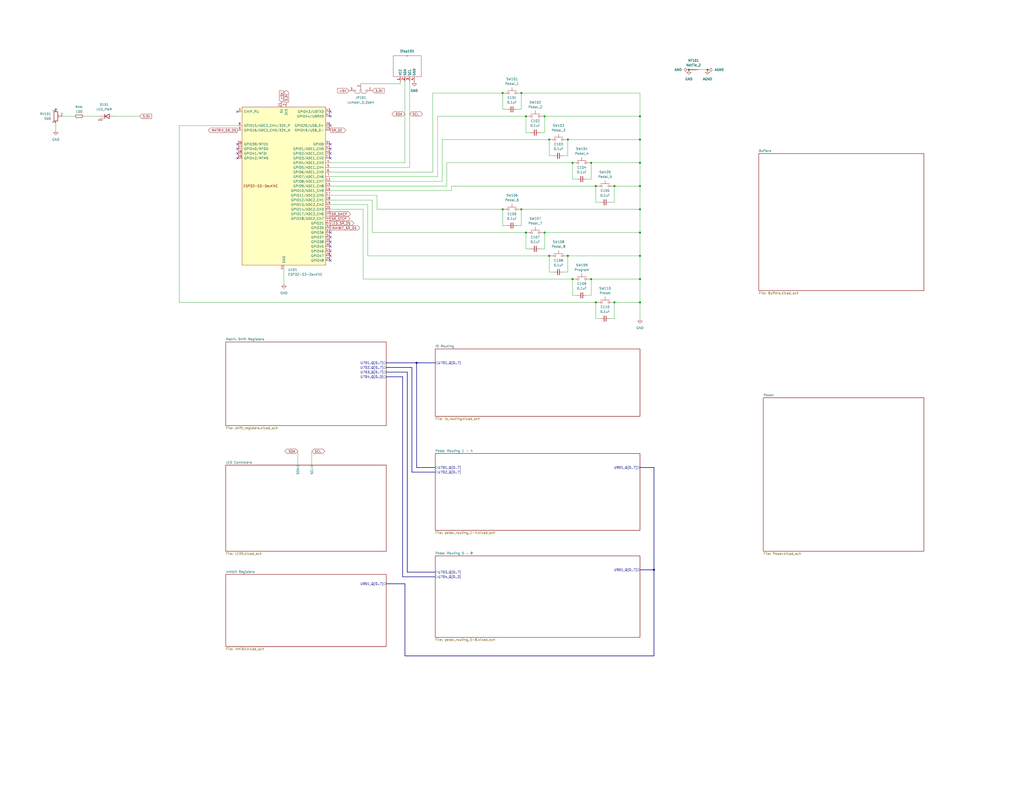
<source format=kicad_sch>
(kicad_sch (version 20250114) (generator "eeschema") (generator_version "9.0")
  (paper "C")
  (title_block (title "ESP332 Guitar Patch Bay") (date "2025-05-27") (rev "1"))
  (lib_symbols
    (symbol "Bay:OLED"
      (property "Reference" "Dis" (at 0 7.112 0))
      (symbol "OLED_0_1"
        (rectangle (start -7.62 5.08) (end 7.62 -6.35))
      )
      (symbol "OLED_1_1"
        (pin power_in line (at -3.81 -8.89 90) (length 2.54) (name "VCC") (number "1"))
        (pin bidirectional line (at -1.27 -8.89 90) (length 2.54) (name "SDA") (number "2"))
        (pin bidirectional line (at 1.27 -8.89 90) (length 2.54) (name "SCL") (number "3"))
        (pin power_in line (at 3.81 -8.89 90) (length 2.54) (name "GND") (number "4"))
      )
    )
    (symbol "Device:C_Small" (pin_numbers (hide yes)) (pin_names (offset 0.254) (hide yes))
      (property "Reference" "C" (at 0.254 1.778 0))
      (property "Value" "C_Small" (at 0.254 -2.032 0))
      (symbol "C_Small_0_1"
        (polyline (pts (xy -1.524 0.508) (xy 1.524 0.508)) (stroke (width 0.3048)))
        (polyline (pts (xy -1.524 -0.508) (xy 1.524 -0.508)) (stroke (width 0.3302)))
      )
      (symbol "C_Small_1_1"
        (pin passive line (at 0 2.54 270) (length 2.032) (name "~") (number "1"))
        (pin passive line (at 0 -2.54 90) (length 2.032) (name "~") (number "2"))
      )
    )
    (symbol "Device:LED" (pin_numbers (hide yes)) (pin_names (offset 1.016) (hide yes))
      (property "Reference" "D" (at 0 2.54 0))
      (property "Value" "LED" (at 0 -2.54 0))
      (symbol "LED_0_1"
        (polyline (pts (xy -3.048 -0.762) (xy -4.572 -2.286) (xy -3.81 -2.286) (xy -4.572 -2.286) (xy -4.572 -1.524)))
        (polyline (pts (xy -1.778 -0.762) (xy -3.302 -2.286) (xy -2.54 -2.286) (xy -3.302 -2.286) (xy -3.302 -1.524)))
        (polyline (pts (xy -1.27 0) (xy 1.27 0)))
        (polyline (pts (xy -1.27 -1.27) (xy -1.27 1.27)) (stroke (width 0.254)))
        (polyline (pts (xy 1.27 -1.27) (xy 1.27 1.27) (xy -1.27 0) (xy 1.27 -1.27)) (stroke (width 0.254)))
      )
      (symbol "LED_1_1"
        (pin passive line (at -3.81 0 0) (length 2.54) (name "K") (number "1"))
        (pin passive line (at 3.81 0 180) (length 2.54) (name "A") (number "2"))
      )
    )
    (symbol "Device:NetTie_2" (pin_numbers (hide yes)) (pin_names (offset 0) (hide yes)) (in_bom no)
      (property "Reference" "NT" (at 0 1.27 0))
      (property "Value" "NetTie_2" (at 0 -1.27 0))
      (symbol "NetTie_2_0_1"
        (polyline (pts (xy -1.27 0) (xy 1.27 0)) (stroke (width 0.254)))
      )
      (symbol "NetTie_2_1_1"
        (pin passive line (at -2.54 0 0) (length 2.54) (name "1") (number "1"))
        (pin passive line (at 2.54 0 180) (length 2.54) (name "2") (number "2"))
      )
    )
    (symbol "Device:R_Potentiometer_Trim" (pin_names (offset 1.016) (hide yes))
      (property "Reference" "RV" (at -4.445 0 90))
      (property "Value" "R_Potentiometer_Trim" (at -2.54 0 90))
      (symbol "R_Potentiometer_Trim_0_1"
        (rectangle (start 1.016 2.54) (end -1.016 -2.54) (stroke (width 0.254)))
        (polyline (pts (xy 1.524 0.762) (xy 1.524 -0.762)))
        (polyline (pts (xy 2.54 0) (xy 1.524 0)))
      )
      (symbol "R_Potentiometer_Trim_1_1"
        (pin passive line (at 0 3.81 270) (length 1.27) (name "1") (number "1"))
        (pin passive line (at 0 -3.81 90) (length 1.27) (name "3") (number "3"))
        (pin passive line (at 3.81 0 180) (length 1.27) (name "2") (number "2"))
      )
    )
    (symbol "Device:R_Small" (pin_numbers (hide yes)) (pin_names (offset 0.254) (hide yes))
      (property "Reference" "R" (at 0 0 90))
      (property "Value" "R_Small" (at 1.778 0 90))
      (symbol "R_Small_0_1"
        (rectangle (start -0.762 1.778) (end 0.762 -1.778) (stroke (width 0.2032)))
      )
      (symbol "R_Small_1_1"
        (pin passive line (at 0 2.54 270) (length 0.762) (name "~") (number "1"))
        (pin passive line (at 0 -2.54 90) (length 0.762) (name "~") (number "2"))
      )
    )
    (symbol "Espressif:ESP32-S3-DevKitC" (pin_names (offset 1.016))
      (property "Reference" "U" (at -22.86 48.26 0))
      (property "Value" "ESP32-S3-DevKitC" (at -22.86 45.72 0))
      (symbol "ESP32-S3-DevKitC_0_0"
        (text "ESP32-S3-DevKitC" (at -12.7 0 0) (effects (font (size 1.27 1.27))))
        (pin bidirectional line (at -25.4 15.24 0) (length 2.54) (name "GPIO42/MTMS") (number "39"))
        (pin power_in line (at 0 -45.72 90) (length 2.54) (name "GND") (number "44"))
        (pin bidirectional line (at 25.4 40.64 180) (length 2.54) (name "GPIO43/U0TXD") (number "43"))
        (pin bidirectional line (at 25.4 38.1 180) (length 2.54) (name "GPIO44/U0RXD") (number "42"))
        (pin bidirectional line (at 25.4 20.32 180) (length 2.54) (name "GPIO1/ADC1_CH0") (number "41"))
        (pin bidirectional line (at 25.4 17.78 180) (length 2.54) (name "GPIO2/ADC1_CH1") (number "40"))
        (pin bidirectional line (at 25.4 -10.16 180) (length 2.54) (name "GPIO13/ADC2_CH2") (number "19"))
        (pin bidirectional line (at 25.4 -35.56 180) (length 2.54) (name "GPIO46") (number "14"))
      )
      (symbol "ESP32-S3-DevKitC_0_1"
        (rectangle (start -22.86 43.18) (end 22.86 -43.18) (fill (type background)))
        (pin power_in line (at 1.27 45.72 270) (length 2.54) (name "3V3") (number "2"))
      )
      (symbol "ESP32-S3-DevKitC_1_1"
        (pin input line (at -25.4 40.64 0) (length 2.54) (name "CHIP_PU") (number "3"))
        (pin bidirectional line (at -25.4 33.02 0) (length 2.54) (name "GPIO15/ADC2_CH4/32K_P") (number "8"))
        (pin bidirectional line (at -25.4 30.48 0) (length 2.54) (name "GPIO16/ADC2_CH5/32K_N") (number "9"))
        (pin bidirectional line (at -25.4 22.86 0) (length 2.54) (name "GPIO39/MTCK") (number "36"))
        (pin bidirectional line (at -25.4 20.32 0) (length 2.54) (name "GPIO40/MTDO") (number "37"))
        (pin bidirectional line (at -25.4 17.78 0) (length 2.54) (name "GPIO41/MTDI") (number "38"))
        (pin power_in line (at -1.27 45.72 270) (length 2.54) (name "5V") (number "21"))
        (pin passive line (at 0 -45.72 90) (length 2.54) (hide yes) (name "GND") (number "22"))
        (pin passive line (at 0 -45.72 90) (length 2.54) (hide yes) (name "GND") (number "23"))
        (pin passive line (at 0 -45.72 90) (length 2.54) (hide yes) (name "GND") (number "24"))
        (pin passive line (at 1.27 45.72 270) (length 2.54) (hide yes) (name "3V3") (number "1"))
        (pin bidirectional line (at 25.4 33.02 180) (length 2.54) (name "GPIO20/USB_D+") (number "26"))
        (pin bidirectional line (at 25.4 30.48 180) (length 2.54) (name "GPIO19/USB_D-") (number "25"))
        (pin bidirectional line (at 25.4 22.86 180) (length 2.54) (name "GPIO0") (number "31"))
        (pin bidirectional line (at 25.4 15.24 180) (length 2.54) (name "GPIO3/ADC1_CH2") (number "13"))
        (pin bidirectional line (at 25.4 12.7 180) (length 2.54) (name "GPIO4/ADC1_CH3") (number "4"))
        (pin bidirectional line (at 25.4 10.16 180) (length 2.54) (name "GPIO5/ADC1_CH4") (number "5"))
        (pin bidirectional line (at 25.4 7.62 180) (length 2.54) (name "GPIO6/ADC1_CH5") (number "6"))
        (pin bidirectional line (at 25.4 5.08 180) (length 2.54) (name "GPIO7/ADC1_CH6") (number "7"))
        (pin bidirectional line (at 25.4 2.54 180) (length 2.54) (name "GPIO8/ADC1_CH7") (number "12"))
        (pin bidirectional line (at 25.4 0 180) (length 2.54) (name "GPIO9/ADC1_CH8") (number "15"))
        (pin bidirectional line (at 25.4 -2.54 180) (length 2.54) (name "GPIO10/ADC1_CH9") (number "16"))
        (pin bidirectional line (at 25.4 -5.08 180) (length 2.54) (name "GPIO11/ADC2_CH0") (number "17"))
        (pin bidirectional line (at 25.4 -7.62 180) (length 2.54) (name "GPIO12/ADC2_CH1") (number "18"))
        (pin bidirectional line (at 25.4 -12.7 180) (length 2.54) (name "GPIO14/ADC2_CH3") (number "20"))
        (pin bidirectional line (at 25.4 -15.24 180) (length 2.54) (name "GPIO17/ADC2_CH6") (number "10"))
        (pin bidirectional line (at 25.4 -17.78 180) (length 2.54) (name "GPIO18/ADC2_CH7") (number "11"))
        (pin bidirectional line (at 25.4 -20.32 180) (length 2.54) (name "GPIO21") (number "27"))
        (pin bidirectional line (at 25.4 -22.86 180) (length 2.54) (name "GPIO35") (number "32"))
        (pin bidirectional line (at 25.4 -25.4 180) (length 2.54) (name "GPIO36") (number "33"))
        (pin bidirectional line (at 25.4 -27.94 180) (length 2.54) (name "GPIO37") (number "34"))
        (pin bidirectional line (at 25.4 -30.48 180) (length 2.54) (name "GPIO38") (number "35"))
        (pin bidirectional line (at 25.4 -33.02 180) (length 2.54) (name "GPIO45") (number "30"))
        (pin bidirectional line (at 25.4 -38.1 180) (length 2.54) (name "GPIO47") (number "28"))
        (pin bidirectional line (at 25.4 -40.64 180) (length 2.54) (name "GPIO48") (number "29"))
      )
    )
    (symbol "Jumper:Jumper_3_Open" (pin_names (offset 0) (hide yes)) (in_bom no)
      (property "Reference" "JP" (at -2.54 -2.54 0))
      (property "Value" "Jumper_3_Open" (at 0 2.794 0))
      (symbol "Jumper_3_Open_0_0"
        (circle (center -3.302 0) (radius 0.508))
        (circle (center 0 0) (radius 0.508))
        (circle (center 3.302 0) (radius 0.508))
      )
      (symbol "Jumper_3_Open_0_1"
        (arc (start -3.048 1.016) (mid -1.651 1.4992) (end -0.254 1.016))
        (polyline (pts (xy 0 -0.508) (xy 0 -1.27)))
        (arc (start 0.254 1.016) (mid 1.651 1.4992) (end 3.048 1.016))
      )
      (symbol "Jumper_3_Open_1_1"
        (pin passive line (at -6.35 0 0) (length 2.54) (name "A") (number "1"))
        (pin passive line (at 0 -3.81 90) (length 2.54) (name "C") (number "2"))
        (pin passive line (at 6.35 0 180) (length 2.54) (name "B") (number "3"))
      )
    )
    (symbol "Switch:SW_Push" (pin_numbers (hide yes)) (pin_names (offset 1.016) (hide yes))
      (property "Reference" "SW" (at 1.27 2.54 0))
      (property "Value" "SW_Push" (at 0 -1.524 0))
      (symbol "SW_Push_0_1"
        (circle (center -2.032 0) (radius 0.508))
        (polyline (pts (xy 0 1.27) (xy 0 3.048)))
        (circle (center 2.032 0) (radius 0.508))
        (polyline (pts (xy 2.54 1.27) (xy -2.54 1.27)))
        (pin passive line (at -5.08 0 0) (length 2.54) (name "1") (number "1"))
        (pin passive line (at 5.08 0 180) (length 2.54) (name "2") (number "2"))
      )
    )
    (symbol "power:GND" (power) (pin_numbers (hide yes)) (pin_names (offset 0) (hide yes))
      (property "Value" "GND" (at 0 -3.81 0))
      (symbol "GND_0_1"
        (polyline (pts (xy 0 0) (xy 0 -1.27) (xy 1.27 -1.27) (xy 0 -2.54) (xy -1.27 -1.27) (xy 0 -1.27)))
      )
      (symbol "GND_1_1"
        (pin power_in line (at 0 0 270) (length 0) (name "~") (number "1"))
      )
    )
    (symbol "power:PWR_FLAG" (power) (pin_numbers (hide yes)) (pin_names (offset 0) (hide yes))
      (property "Value" "PWR_FLAG" (at 0 3.81 0))
      (symbol "PWR_FLAG_0_0"
        (pin power_out line (at 0 0 90) (length 0) (name "~") (number "1"))
      )
      (symbol "PWR_FLAG_0_1"
        (polyline (pts (xy 0 0) (xy 0 1.27) (xy -1.016 1.905) (xy 0 2.54) (xy 1.016 1.905) (xy 0 1.27)))
      )
    )
  )
  (junction (at 349.25 114.3))
  (junction (at 287.02 127))
  (junction (at 349.25 101.6))
  (junction (at 325.12 101.6))
  (junction (at 299.72 139.7))
  (junction (at 274.32 50.8))
  (junction (at 349.25 127))
  (junction (at 349.25 63.5))
  (junction (at 297.18 127))
  (junction (at 287.02 63.5))
  (junction (at 356.87 311.15))
  (junction (at 349.25 165.1))
  (junction (at 335.28 165.1))
  (junction (at 335.28 101.6))
  (junction (at 309.88 76.2))
  (junction (at 309.88 139.7))
  (junction (at 349.25 152.4))
  (junction (at 274.32 114.3))
  (junction (at 297.18 63.5))
  (junction (at 227.33 198.12))
  (junction (at 349.25 88.9))
  (junction (at 299.72 76.2))
  (junction (at 349.25 76.2))
  (junction (at 375.92 38.1))
  (junction (at 386.08 38.1))
  (junction (at 284.48 50.8))
  (junction (at 312.42 88.9))
  (junction (at 312.42 152.4))
  (junction (at 349.25 139.7))
  (junction (at 325.12 165.1))
  (junction (at 322.58 88.9))
  (junction (at 322.58 152.4))
  (junction (at 284.48 114.3))
  (no_connect (at 180.34 134.62))
  (no_connect (at 129.54 86.36))
  (no_connect (at 180.34 68.58))
  (no_connect (at 129.54 81.28))
  (no_connect (at 180.34 142.24))
  (no_connect (at 180.34 63.5))
  (no_connect (at 180.34 86.36))
  (no_connect (at 180.34 60.96))
  (no_connect (at 180.34 81.28))
  (no_connect (at 180.34 137.16))
  (no_connect (at 180.34 127))
  (no_connect (at 180.34 132.08))
  (no_connect (at 129.54 83.82))
  (no_connect (at 180.34 78.74))
  (no_connect (at 180.34 139.7))
  (no_connect (at 129.54 60.96))
  (no_connect (at 180.34 129.54))
  (no_connect (at 129.54 78.74))
  (no_connect (at 30.48 59.69))
  (no_connect (at 180.34 83.82))
  (wire (pts (xy 241.3 99.06) (xy 180.34 99.06)))
  (wire (pts (xy 349.25 50.8) (xy 349.25 63.5)))
  (wire (pts (xy 320.04 97.79) (xy 322.58 97.79)))
  (wire (pts (xy 349.25 88.9) (xy 349.25 101.6)))
  (wire (pts (xy 284.48 123.19) (xy 284.48 114.3)))
  (wire (pts (xy 312.42 161.29) (xy 312.42 152.4)))
  (wire (pts (xy 349.25 114.3) (xy 349.25 127)))
  (wire (pts (xy 386.08 38.1) (xy 381 38.1)))
  (wire (pts (xy 325.12 173.99) (xy 325.12 165.1)))
  (wire (pts (xy 287.02 135.89) (xy 287.02 127)))
  (wire (pts (xy 320.04 161.29) (xy 322.58 161.29)))
  (bus (pts (xy 356.87 358.14) (xy 220.98 358.14)))
  (wire (pts (xy 97.79 165.1) (xy 325.12 165.1)))
  (wire (pts (xy 276.86 123.19) (xy 274.32 123.19)))
  (bus (pts (xy 220.98 318.77) (xy 210.82 318.77)))
  (wire (pts (xy 307.34 148.59) (xy 309.88 148.59)))
  (wire (pts (xy 170.18 246.38) (xy 170.18 254)))
  (wire (pts (xy 299.72 85.09) (xy 299.72 76.2)))
  (wire (pts (xy 30.48 67.31) (xy 30.48 71.12)))
  (wire (pts (xy 241.3 76.2) (xy 241.3 99.06)))
  (wire (pts (xy 349.25 76.2) (xy 349.25 88.9)))
  (wire (pts (xy 205.74 114.3) (xy 274.32 114.3)))
  (wire (pts (xy 162.56 246.38) (xy 162.56 254)))
  (wire (pts (xy 243.84 101.6) (xy 180.34 101.6)))
  (wire (pts (xy 238.76 63.5) (xy 238.76 96.52)))
  (wire (pts (xy 62.23 63.5) (xy 76.2 63.5)))
  (wire (pts (xy 297.18 135.89) (xy 297.18 127)))
  (wire (pts (xy 243.84 88.9) (xy 312.42 88.9)))
  (wire (pts (xy 294.64 72.39) (xy 297.18 72.39)))
  (wire (pts (xy 223.52 44.45) (xy 223.52 91.44)))
  (wire (pts (xy 332.74 110.49) (xy 335.28 110.49)))
  (wire (pts (xy 238.76 63.5) (xy 287.02 63.5)))
  (wire (pts (xy 325.12 101.6) (xy 246.38 101.6)))
  (wire (pts (xy 322.58 88.9) (xy 349.25 88.9)))
  (wire (pts (xy 309.88 139.7) (xy 349.25 139.7)))
  (wire (pts (xy 180.34 106.68) (xy 205.74 106.68)))
  (wire (pts (xy 327.66 110.49) (xy 325.12 110.49)))
  (bus (pts (xy 227.33 255.27) (xy 227.33 198.12)))
  (wire (pts (xy 322.58 161.29) (xy 322.58 152.4)))
  (wire (pts (xy 198.12 114.3) (xy 198.12 152.4)))
  (wire (pts (xy 309.88 85.09) (xy 309.88 76.2)))
  (wire (pts (xy 284.48 50.8) (xy 349.25 50.8)))
  (wire (pts (xy 205.74 106.68) (xy 205.74 114.3)))
  (wire (pts (xy 327.66 173.99) (xy 325.12 173.99)))
  (wire (pts (xy 281.94 123.19) (xy 284.48 123.19)))
  (wire (pts (xy 312.42 97.79) (xy 312.42 88.9)))
  (wire (pts (xy 236.22 50.8) (xy 236.22 93.98)))
  (wire (pts (xy 203.2 127) (xy 287.02 127)))
  (wire (pts (xy 314.96 161.29) (xy 312.42 161.29)))
  (wire (pts (xy 200.66 111.76) (xy 200.66 139.7)))
  (wire (pts (xy 238.76 96.52) (xy 180.34 96.52)))
  (wire (pts (xy 276.86 59.69) (xy 274.32 59.69)))
  (wire (pts (xy 281.94 59.69) (xy 284.48 59.69)))
  (bus (pts (xy 224.79 257.81) (xy 237.49 257.81)))
  (wire (pts (xy 243.84 88.9) (xy 243.84 101.6)))
  (wire (pts (xy 180.34 109.22) (xy 203.2 109.22)))
  (wire (pts (xy 349.25 173.99) (xy 349.25 165.1)))
  (wire (pts (xy 297.18 72.39) (xy 297.18 63.5)))
  (wire (pts (xy 246.38 101.6) (xy 246.38 104.14)))
  (wire (pts (xy 289.56 72.39) (xy 287.02 72.39)))
  (wire (pts (xy 302.26 148.59) (xy 299.72 148.59)))
  (wire (pts (xy 322.58 97.79) (xy 322.58 88.9)))
  (wire (pts (xy 34.29 63.5) (xy 40.64 63.5)))
  (wire (pts (xy 309.88 148.59) (xy 309.88 139.7)))
  (wire (pts (xy 97.79 68.58) (xy 97.79 165.1)))
  (wire (pts (xy 180.34 91.44) (xy 223.52 91.44)))
  (wire (pts (xy 302.26 85.09) (xy 299.72 85.09)))
  (wire (pts (xy 289.56 135.89) (xy 287.02 135.89)))
  (wire (pts (xy 332.74 173.99) (xy 335.28 173.99)))
  (wire (pts (xy 297.18 127) (xy 349.25 127)))
  (wire (pts (xy 180.34 88.9) (xy 220.98 88.9)))
  (wire (pts (xy 129.54 68.58) (xy 97.79 68.58)))
  (bus (pts (xy 220.98 358.14) (xy 220.98 318.77)))
  (wire (pts (xy 297.18 63.5) (xy 349.25 63.5)))
  (wire (pts (xy 325.12 110.49) (xy 325.12 101.6)))
  (wire (pts (xy 284.48 59.69) (xy 284.48 50.8)))
  (bus (pts (xy 210.82 205.74) (xy 219.71 205.74)))
  (wire (pts (xy 335.28 101.6) (xy 349.25 101.6)))
  (wire (pts (xy 180.34 114.3) (xy 198.12 114.3)))
  (bus (pts (xy 210.82 198.12) (xy 227.33 198.12)))
  (bus (pts (xy 237.49 255.27) (xy 227.33 255.27)))
  (wire (pts (xy 236.22 50.8) (xy 274.32 50.8)))
  (wire (pts (xy 236.22 93.98) (xy 180.34 93.98)))
  (bus (pts (xy 222.25 203.2) (xy 222.25 312.42)))
  (wire (pts (xy 196.85 45.72) (xy 218.44 45.72)))
  (wire (pts (xy 203.2 109.22) (xy 203.2 127)))
  (wire (pts (xy 314.96 97.79) (xy 312.42 97.79)))
  (bus (pts (xy 219.71 314.96) (xy 237.49 314.96)))
  (bus (pts (xy 349.25 311.15) (xy 356.87 311.15)))
  (wire (pts (xy 274.32 59.69) (xy 274.32 50.8)))
  (wire (pts (xy 294.64 135.89) (xy 297.18 135.89)))
  (wire (pts (xy 299.72 148.59) (xy 299.72 139.7)))
  (bus (pts (xy 219.71 205.74) (xy 219.71 314.96)))
  (wire (pts (xy 349.25 127) (xy 349.25 139.7)))
  (bus (pts (xy 356.87 255.27) (xy 356.87 311.15)))
  (wire (pts (xy 349.25 139.7) (xy 349.25 152.4)))
  (wire (pts (xy 349.25 101.6) (xy 349.25 114.3)))
  (bus (pts (xy 227.33 198.12) (xy 237.49 198.12)))
  (wire (pts (xy 154.94 154.94) (xy 154.94 147.32)))
  (wire (pts (xy 198.12 152.4) (xy 312.42 152.4)))
  (bus (pts (xy 356.87 311.15) (xy 356.87 358.14)))
  (wire (pts (xy 349.25 152.4) (xy 349.25 165.1)))
  (wire (pts (xy 180.34 111.76) (xy 200.66 111.76)))
  (wire (pts (xy 220.98 44.45) (xy 220.98 88.9)))
  (wire (pts (xy 284.48 114.3) (xy 349.25 114.3)))
  (wire (pts (xy 287.02 72.39) (xy 287.02 63.5)))
  (wire (pts (xy 322.58 152.4) (xy 349.25 152.4)))
  (bus (pts (xy 222.25 203.2) (xy 210.82 203.2)))
  (bus (pts (xy 224.79 200.66) (xy 224.79 257.81)))
  (wire (pts (xy 349.25 63.5) (xy 349.25 76.2)))
  (bus (pts (xy 356.87 255.27) (xy 349.25 255.27)))
  (wire (pts (xy 349.25 165.1) (xy 335.28 165.1)))
  (wire (pts (xy 45.72 63.5) (xy 54.61 63.5)))
  (wire (pts (xy 218.44 45.72) (xy 218.44 44.45)))
  (bus (pts (xy 222.25 312.42) (xy 237.49 312.42)))
  (wire (pts (xy 335.28 173.99) (xy 335.28 165.1)))
  (wire (pts (xy 274.32 123.19) (xy 274.32 114.3)))
  (bus (pts (xy 224.79 200.66) (xy 210.82 200.66)))
  (wire (pts (xy 241.3 76.2) (xy 299.72 76.2)))
  (wire (pts (xy 200.66 139.7) (xy 299.72 139.7)))
  (wire (pts (xy 309.88 76.2) (xy 349.25 76.2)))
  (wire (pts (xy 307.34 85.09) (xy 309.88 85.09)))
  (wire (pts (xy 335.28 110.49) (xy 335.28 101.6)))
  (wire (pts (xy 246.38 104.14) (xy 180.34 104.14)))
  (global_label "SCL" (shape bidirectional) (at 223.52 62.23 0) (property "Intersheetrefs" "${INTERSHEET_REFS}" (effects (hide yes))))
  (global_label "LED_SR_DS" (shape output) (at 180.34 121.92 0) (property "Intersheetrefs" "${INTERSHEET_REFS}" (effects (hide yes))))
  (global_label "3.3V" (shape input) (at 203.2 49.53 0) (property "Intersheetrefs" "${INTERSHEET_REFS}" (effects (hide yes))))
  (global_label "SCL" (shape bidirectional) (at 170.18 246.38 0) (property "Intersheetrefs" "${INTERSHEET_REFS}" (effects (hide yes))))
  (global_label "MATRIX_SR_DS" (shape output) (at 129.54 71.12 180) (property "Intersheetrefs" "${INTERSHEET_REFS}" (effects (hide yes))))
  (global_label "+5V" (shape input) (at 153.67 55.88 90) (property "Intersheetrefs" "${INTERSHEET_REFS}" (effects (hide yes))))
  (global_label "3.3V" (shape input) (at 76.2 63.5 0) (property "Intersheetrefs" "${INTERSHEET_REFS}" (effects (hide yes))))
  (global_label "SR_STCP" (shape output) (at 180.34 119.38 0) (property "Intersheetrefs" "${INTERSHEET_REFS}" (effects (hide yes))))
  (global_label "INHIBIT_SR_DS" (shape output) (at 180.34 124.46 0) (property "Intersheetrefs" "${INTERSHEET_REFS}" (effects (hide yes))))
  (global_label "3.3V" (shape output) (at 156.21 55.88 90) (property "Intersheetrefs" "${INTERSHEET_REFS}" (effects (hide yes))))
  (global_label "SR_OE" (shape output) (at 180.34 71.12 0) (property "Intersheetrefs" "${INTERSHEET_REFS}" (effects (hide yes))))
  (global_label "SDA" (shape bidirectional) (at 220.98 62.23 180) (property "Intersheetrefs" "${INTERSHEET_REFS}" (effects (hide yes))))
  (global_label "SDA" (shape bidirectional) (at 162.56 246.38 180) (property "Intersheetrefs" "${INTERSHEET_REFS}" (effects (hide yes))))
  (global_label "+5V" (shape input) (at 190.5 49.53 180) (property "Intersheetrefs" "${INTERSHEET_REFS}" (effects (hide yes))))
  (global_label "SR_SHCP" (shape output) (at 180.34 116.84 0) (property "Intersheetrefs" "${INTERSHEET_REFS}" (effects (hide yes))))
  (symbol (lib_id "Switch:SW_Push") (at 304.8 76.2 0) (unit 1)
    (property "Reference" "SW103" (at 304.8 68.58 0))
    (property "Value" "Pedal_3" (at 304.8 71.12 0))
    (property "Footprint" "Connector_PinHeader_2.54mm:PinHeader_1x02_P2.54mm_Vertical" (effects (hide yes)))
    (property "Description" "Pedal_3" (effects (hide yes)))
  )
  (symbol (lib_id "Device:R_Small") (at 43.18 63.5 270) (unit 1)
    (property "Reference" "R101" (at 43.18 58.42 90) (effects (font (size 1.016 1.016))))
    (property "Value" "100" (at 43.18 60.96 90))
    (property "Footprint" "Resistor_THT:R_Axial_DIN0207_L6.3mm_D2.5mm_P7.62mm_Horizontal" (effects (hide yes)))
    (property "Description" "Resistor, small symbol" (effects (hide yes)))
  )
  (symbol (lib_id "Device:C_Small") (at 330.2 110.49 270) (unit 1)
    (property "Reference" "C105" (at 330.1936 104.14 90))
    (property "Value" "0.1uF" (at 330.1936 106.68 90))
    (property "Footprint" "Capacitor_THT:C_Disc_D5.0mm_W2.5mm_P2.50mm" (effects (hide yes)))
    (property "Description" "Unpolarized capacitor, small symbol" (effects (hide yes)))
  )
  (symbol (lib_id "Device:C_Small") (at 292.1 135.89 270) (unit 1)
    (property "Reference" "C107" (at 292.0936 129.54 90))
    (property "Value" "0.1uF" (at 292.0936 132.08 90))
    (property "Footprint" "Capacitor_THT:C_Disc_D5.0mm_W2.5mm_P2.50mm" (effects (hide yes)))
    (property "Description" "Unpolarized capacitor, small symbol" (effects (hide yes)))
  )
  (symbol (lib_id "Bay:OLED") (at 222.25 35.56 0) (unit 1)
    (property "Reference" "Disp101" (at 222.25 27.94 0))
    (property "Value" "~" (at 222.25 30.48 0))
    (property "Footprint" "Connector_PinHeader_2.54mm:PinHeader_1x04_P2.54mm_Vertical" (effects (hide yes)))
  )
  (symbol (lib_id "power:GND") (at 226.06 44.45 0) (unit 1)
    (property "Reference" "#PWR0103" (effects (hide yes)))
    (property "Value" "GND" (at 226.06 49.53 0))
    (property "Description" "Power symbol creates a global label with name \"GND\" , ground" (effects (hide yes)))
  )
  (symbol (lib_id "Switch:SW_Push") (at 279.4 114.3 0) (unit 1)
    (property "Reference" "SW106" (at 279.4 106.68 0))
    (property "Value" "Pedal_6" (at 279.4 109.22 0))
    (property "Footprint" "Connector_PinHeader_2.54mm:PinHeader_1x02_P2.54mm_Vertical" (effects (hide yes)))
    (property "Description" "Pedal_6" (effects (hide yes)))
  )
  (symbol (lib_id "Switch:SW_Push") (at 330.2 101.6 0) (unit 1)
    (property "Reference" "SW105" (at 330.2 93.98 0))
    (property "Value" "Pedal_5" (at 330.2 96.52 0))
    (property "Footprint" "Connector_PinHeader_2.54mm:PinHeader_1x02_P2.54mm_Vertical" (effects (hide yes)))
    (property "Description" "Pedal_5" (effects (hide yes)))
  )
  (symbol (lib_id "Device:C_Small") (at 279.4 123.19 270) (unit 1)
    (property "Reference" "C106" (at 279.3936 116.84 90))
    (property "Value" "0.1uF" (at 279.3936 119.38 90))
    (property "Footprint" "Capacitor_THT:C_Disc_D5.0mm_W2.5mm_P2.50mm" (effects (hide yes)))
    (property "Description" "Unpolarized capacitor, small symbol" (effects (hide yes)))
  )
  (symbol (lib_id "Switch:SW_Push") (at 317.5 152.4 0) (unit 1)
    (property "Reference" "SW109" (at 317.5 144.78 0))
    (property "Value" "Program" (at 317.5 147.32 0))
    (property "Footprint" "Connector_PinHeader_2.54mm:PinHeader_1x02_P2.54mm_Vertical" (effects (hide yes)))
    (property "Description" "Program" (effects (hide yes)))
  )
  (symbol (lib_id "Device:C_Small") (at 304.8 85.09 270) (unit 1)
    (property "Reference" "C103" (at 304.7936 78.74 90))
    (property "Value" "0.1uF" (at 304.7936 81.28 90))
    (property "Footprint" "Capacitor_THT:C_Disc_D5.0mm_W2.5mm_P2.50mm" (effects (hide yes)))
    (property "Description" "Unpolarized capacitor, small symbol" (effects (hide yes)))
  )
  (symbol (lib_id "power:GND") (at 349.25 173.99 0) (unit 1)
    (property "Reference" "#PWR0106" (effects (hide yes)))
    (property "Value" "GND" (at 349.25 179.07 0))
    (property "Description" "Power symbol creates a global label with name \"GND\" , ground" (effects (hide yes)))
  )
  (symbol (lib_id "Jumper:Jumper_3_Open") (at 196.85 49.53 180) (unit 1) (in_bom no)
    (property "Reference" "JP101" (at 196.85 53.34 0))
    (property "Value" "Jumper_3_Open" (at 196.85 55.88 0))
    (property "Footprint" "Connector_PinSocket_2.54mm:PinSocket_1x03_P2.54mm_Vertical" (effects (hide yes)))
    (property "Description" "Jumper, 3-pole, both open" (effects (hide yes)))
  )
  (symbol (lib_id "Switch:SW_Push") (at 292.1 63.5 0) (unit 1)
    (property "Reference" "SW102" (at 292.1 55.88 0))
    (property "Value" "Pedal_2" (at 292.1 58.42 0))
    (property "Footprint" "Connector_PinHeader_2.54mm:PinHeader_1x02_P2.54mm_Vertical" (effects (hide yes)))
    (property "Description" "Pedal_2" (effects (hide yes)))
  )
  (symbol (lib_id "Switch:SW_Push") (at 304.8 139.7 0) (unit 1)
    (property "Reference" "SW108" (at 304.8 132.08 0))
    (property "Value" "Pedal_8" (at 304.8 134.62 0))
    (property "Footprint" "Connector_PinHeader_2.54mm:PinHeader_1x02_P2.54mm_Vertical" (effects (hide yes)))
    (property "Description" "Pedal_8" (effects (hide yes)))
  )
  (symbol (lib_id "power:GND") (at 375.92 38.1 0) (unit 1)
    (property "Reference" "#PWR0101" (effects (hide yes)))
    (property "Value" "GND" (at 375.92 43.18 0))
    (property "Description" "Power symbol creates a global label with name \"GND\" , ground" (effects (hide yes)))
  )
  (symbol (lib_id "Switch:SW_Push") (at 330.2 165.1 0) (unit 1)
    (property "Reference" "SW110" (at 330.2 157.48 0))
    (property "Value" "Preset" (at 330.2 160.02 0))
    (property "Footprint" "Connector_PinHeader_2.54mm:PinHeader_1x02_P2.54mm_Vertical" (effects (hide yes)))
    (property "Description" "Preset" (effects (hide yes)))
  )
  (symbol (lib_id "Device:C_Small") (at 317.5 161.29 270) (unit 1)
    (property "Reference" "C109" (at 317.4936 154.94 90))
    (property "Value" "0.1uF" (at 317.4936 157.48 90))
    (property "Footprint" "Capacitor_THT:C_Disc_D5.0mm_W2.5mm_P2.50mm" (effects (hide yes)))
    (property "Description" "Unpolarized capacitor, small symbol" (effects (hide yes)))
  )
  (symbol (lib_id "Device:NetTie_2") (at 378.46 38.1 0) (unit 1) (in_bom no)
    (property "Reference" "NT101" (at 378.46 33.02 0))
    (property "Value" "NetTie_2" (at 378.46 35.56 0))
    (property "Footprint" "NetTie:NetTie-2_THT_Pad1.0mm" (effects (hide yes)))
    (property "Description" "Net tie, 2 pins" (effects (hide yes)))
  )
  (symbol (lib_id "Device:C_Small") (at 304.8 148.59 270) (unit 1)
    (property "Reference" "C108" (at 304.7936 142.24 90))
    (property "Value" "0.1uF" (at 304.7936 144.78 90))
    (property "Footprint" "Capacitor_THT:C_Disc_D5.0mm_W2.5mm_P2.50mm" (effects (hide yes)))
    (property "Description" "Unpolarized capacitor, small symbol" (effects (hide yes)))
  )
  (symbol (lib_id "Switch:SW_Push") (at 317.5 88.9 0) (unit 1)
    (property "Reference" "SW104" (at 317.5 81.28 0))
    (property "Value" "Pedal_4" (at 317.5 83.82 0))
    (property "Footprint" "Connector_PinHeader_2.54mm:PinHeader_1x02_P2.54mm_Vertical" (effects (hide yes)))
    (property "Description" "Pedal_4" (effects (hide yes)))
  )
  (symbol (lib_id "Device:R_Potentiometer_Trim") (at 30.48 63.5 0) (unit 1)
    (property "Reference" "RV101" (at 27.94 62.2299 0) (effects (justify right)))
    (property "Value" "500" (at 27.94 64.7699 0) (effects (justify right)))
    (property "Footprint" "Potentiometer_THT:Potentiometer_Bourns_3339P_Vertical" (effects (hide yes)))
    (property "Description" "Trim-potentiometer" (effects (hide yes)))
  )
  (symbol (lib_id "Device:C_Small") (at 330.2 173.99 270) (unit 1)
    (property "Reference" "C110" (at 330.1936 167.64 90))
    (property "Value" "0.1uF" (at 330.1936 170.18 90))
    (property "Footprint" "Capacitor_THT:C_Disc_D5.0mm_W2.5mm_P2.50mm" (effects (hide yes)))
    (property "Description" "Unpolarized capacitor, small symbol" (effects (hide yes)))
  )
  (symbol (lib_id "Espressif:ESP32-S3-DevKitC") (at 154.94 101.6 0) (unit 1)
    (property "Reference" "U101" (at 157.0833 147.32 0) (effects (justify left)))
    (property "Value" "ESP32-S3-DevKitC" (at 157.0833 149.86 0) (effects (justify left)))
    (property "Footprint" "ESP:ESP32-S3-DevKitC" (effects (hide yes)))
    (property "Description" "ESP32-S3-DevKitC" (effects (hide yes)))
  )
  (symbol (lib_id "Device:LED") (at 58.42 63.5 0) (unit 1)
    (property "Reference" "D101" (at 56.8325 57.15 0))
    (property "Value" "LED_PWR" (at 56.8325 59.69 0))
    (property "Footprint" "Connector_PinHeader_2.54mm:PinHeader_1x02_P2.54mm_Vertical" (effects (hide yes)))
    (property "Description" "Light emitting diode" (effects (hide yes)))
    (property "Sim.Pins" "1=K 2=A" (effects (hide yes)))
  )
  (symbol (lib_id "Switch:SW_Push") (at 279.4 50.8 0) (unit 1)
    (property "Reference" "SW101" (at 279.4 43.18 0))
    (property "Value" "Pedal_1" (at 279.4 45.72 0))
    (property "Footprint" "Connector_PinHeader_2.54mm:PinHeader_1x02_P2.54mm_Vertical" (effects (hide yes)))
    (property "Description" "Pedal_1" (effects (hide yes)))
  )
  (symbol (lib_id "power:GND") (at 30.48 71.12 0) (unit 1)
    (property "Reference" "#PWR0104" (effects (hide yes)))
    (property "Value" "GND" (at 30.48 76.2 0))
    (property "Description" "Power symbol creates a global label with name \"GND\" , ground" (effects (hide yes)))
  )
  (symbol (lib_id "power:PWR_FLAG") (at 375.92 38.1 90) (unit 1)
    (property "Reference" "#FLG0101" (effects (hide yes)))
    (property "Value" "GND" (at 372.11 38.0999 90) (effects (justify left)))
    (property "Description" "Special symbol for telling ERC where power comes from" (effects (hide yes)))
  )
  (symbol (lib_id "Device:C_Small") (at 317.5 97.79 270) (unit 1)
    (property "Reference" "C104" (at 317.4936 91.44 90))
    (property "Value" "0.1uF" (at 317.4936 93.98 90))
    (property "Footprint" "Capacitor_THT:C_Disc_D5.0mm_W2.5mm_P2.50mm" (effects (hide yes)))
    (property "Description" "Unpolarized capacitor, small symbol" (effects (hide yes)))
  )
  (symbol (lib_id "power:GND") (at 386.08 38.1 0) (unit 1)
    (property "Reference" "#PWR0102" (effects (hide yes)))
    (property "Value" "AGND" (at 386.08 43.18 0))
    (property "Description" "Power symbol creates a global label with name \"GND\" , ground" (effects (hide yes)))
  )
  (symbol (lib_id "Device:C_Small") (at 279.4 59.69 270) (unit 1)
    (property "Reference" "C101" (at 279.3936 53.34 90))
    (property "Value" "0.1uF" (at 279.3936 55.88 90))
    (property "Footprint" "Capacitor_THT:C_Disc_D5.0mm_W2.5mm_P2.50mm" (effects (hide yes)))
    (property "Description" "Unpolarized capacitor, small symbol" (effects (hide yes)))
  )
  (symbol (lib_id "Device:C_Small") (at 292.1 72.39 270) (unit 1)
    (property "Reference" "C102" (at 292.0936 66.04 90))
    (property "Value" "0.1uF" (at 292.0936 68.58 90))
    (property "Footprint" "Capacitor_THT:C_Disc_D5.0mm_W2.5mm_P2.50mm" (effects (hide yes)))
    (property "Description" "Unpolarized capacitor, small symbol" (effects (hide yes)))
  )
  (symbol (lib_id "Switch:SW_Push") (at 292.1 127 0) (unit 1)
    (property "Reference" "SW107" (at 292.1 119.38 0))
    (property "Value" "Pedal_7" (at 292.1 121.92 0))
    (property "Footprint" "Connector_PinHeader_2.54mm:PinHeader_1x02_P2.54mm_Vertical" (effects (hide yes)))
    (property "Description" "Pedal_7" (effects (hide yes)))
  )
  (symbol (lib_id "power:PWR_FLAG") (at 386.08 38.1 270) (unit 1)
    (property "Reference" "#FLG0102" (effects (hide yes)))
    (property "Value" "AGND" (at 389.89 38.0999 90) (effects (justify left)))
    (property "Description" "Special symbol for telling ERC where power comes from" (effects (hide yes)))
  )
  (symbol (lib_id "power:GND") (at 154.94 154.94 0) (unit 1)
    (property "Reference" "#PWR0105" (effects (hide yes)))
    (property "Value" "GND" (at 154.94 160.02 0))
    (property "Description" "Power symbol creates a global label with name \"GND\" , ground" (effects (hide yes)))
  )
  (sheet (at 123.19 254) (size 87.63 46.99) (stroke (width 0.1524))
    (property "Sheetname" "LED Controlers" (at 123.19 253.2884 0) (effects (justify left bottom)))
    (property "Sheetfile" "LEDS.kicad_sch" (at 123.19 301.5746 0) (effects (justify left top)))
    (pin "SCL" bidirectional (at 170.18 254 90))
    (pin "SDA" bidirectional (at 162.56 254 90))
  )
  (sheet (at 123.19 313.69) (size 87.63 39.37) (stroke (width 0.1524))
    (property "Sheetname" "Inhibit Registers" (at 123.19 312.9784 0) (effects (justify left bottom)))
    (property "Sheetfile" "Inhibit.kicad_sch" (at 123.19 353.6446 0) (effects (justify left top)))
    (pin "U901_Q[0..7]" output (at 210.82 318.77 0))
  )
  (sheet (at 123.19 186.69) (size 87.63 45.72) (stroke (width 0.1524))
    (property "Sheetname" "Matrix Shift Registers" (at 123.19 185.9784 0) (effects (justify left bottom)))
    (property "Sheetfile" "shift_registers.kicad_sch" (at 123.19 232.9946 0) (effects (justify left top)))
    (pin "U701_Q[0..7]" output (at 210.82 198.12 0))
    (pin "U702_Q[0..7]" output (at 210.82 200.66 0))
    (pin "U703_Q[0..7]" output (at 210.82 203.2 0))
    (pin "U704_Q[0..3]" output (at 210.82 205.74 0))
  )
  (sheet (at 416.56 217.17) (size 87.63 83.82) (stroke (width 0.1524))
    (property "Sheetname" "Power" (at 416.56 216.4584 0) (effects (justify left bottom)))
    (property "Sheetfile" "Power.kicad_sch" (at 416.56 301.5746 0) (effects (justify left top)))
  )
  (sheet (at 414.02 83.82) (size 90.17 74.93) (stroke (width 0.1524))
    (property "Sheetname" "Buffers" (at 414.02 83.1084 0) (effects (justify left bottom)))
    (property "Sheetfile" "Buffers.kicad_sch" (at 414.02 159.3346 0) (effects (justify left top)))
  )
  (sheet (at 237.49 303.53) (size 111.76 44.45) (stroke (width 0.1524))
    (property "Sheetname" "Pedal Routing 5 - 8" (at 237.49 302.8184 0) (effects (justify left bottom)))
    (property "Sheetfile" "pedal_routing_5-8.kicad_sch" (at 237.49 348.5646 0) (effects (justify left top)))
    (pin "U703_Q[0..7]" input (at 237.49 312.42 180))
    (pin "U704_Q[0..3]" input (at 237.49 314.96 180))
    (pin "U901_Q[0..7]" output (at 349.25 311.15 0))
  )
  (sheet (at 237.49 247.65) (size 111.76 41.91) (stroke (width 0.1524))
    (property "Sheetname" "Pedal Routing 1 - 4" (at 237.49 246.9384 0) (effects (justify left bottom)))
    (property "Sheetfile" "pedal_routing_1-4.kicad_sch" (at 237.49 290.1446 0) (effects (justify left top)))
    (pin "U701_Q[0..7]" input (at 237.49 255.27 180))
    (pin "U702_Q[0..7]" input (at 237.49 257.81 180))
    (pin "U901_Q[0..7]" output (at 349.25 255.27 0))
  )
  (sheet (at 237.49 190.5) (size 111.76 36.83) (stroke (width 0.1524))
    (property "Sheetname" "IO Routing" (at 237.49 189.7884 0) (effects (justify left bottom)))
    (property "Sheetfile" "io_routing.kicad_sch" (at 237.49 227.9146 0) (effects (justify left top)))
    (pin "U701_Q[0..7]" output (at 237.49 198.12 180))
  )
)
</source>
